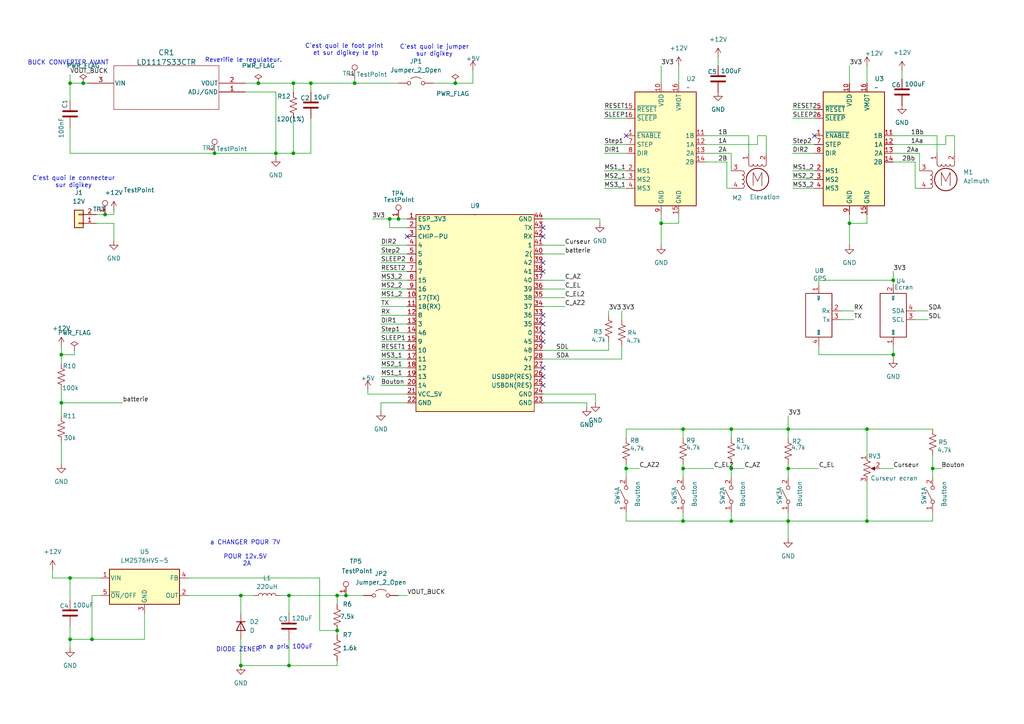
<source format=kicad_sch>
(kicad_sch (version 20231120) (generator "eeschema") (generator_version "8.0")
  (paper "A4")
  (lib_symbols
    (symbol "2025-01-27_14-31-47:LD1117S33CTR" (pin_names (offset 0.254))
      (property "Reference" "CR" (at 22.86 10.16 0))
      (property "Value" "LD1117S33CTR" (at 22.86 7.62 0))
      (symbol "LD1117S33CTR_0_1"
        (pin power_out line (at 0 0 0) (length 7.62) (name "ADJ/GND") (number "1"))
        (pin power_in line (at 0 -2.54 0) (length 7.62) (name "VOUT") (number "2"))
        (pin power_in line (at 45.72 -2.54 180) (length 7.62) (name "VIN") (number "3"))
      )
    )
    (symbol "Connector:TestPoint" (pin_names (offset 0.762) hide)
      (property "Reference" "TP" (at 0 6.858 0))
      (property "Value" "TestPoint" (at 0 5.08 0))
      (symbol "TestPoint_1_1"
        (pin passive line (at 0 0 90) (length 2.54) (name "1") (number "1"))
      )
    )
    (symbol "Connector_Generic:Conn_01x02" (pin_names (offset 1.016) hide)
      (property "Reference" "J" (at 0 2.54 0))
      (property "Value" "Conn_01x02" (at 0 -5.08 0))
      (symbol "Conn_01x02_1_1"
        (pin passive line (at -5.08 0 0) (length 3.81) (name "Pin_1") (number "1"))
        (pin passive line (at -5.08 -2.54 0) (length 3.81) (name "Pin_2") (number "2"))
      )
    )
    (symbol "Device:C" (pin_numbers hide) (pin_names (offset 0.254))
      (property "Reference" "C" (at 0.635 2.54 0))
      (property "Value" "C" (at 0.635 -2.54 0))
      (symbol "C_1_1"
        (pin passive line (at 0 3.81 270) (length 2.794) (name "~") (number "1"))
        (pin passive line (at 0 -3.81 90) (length 2.794) (name "~") (number "2"))
      )
    )
    (symbol "Device:D" (pin_numbers hide) (pin_names (offset 1.016) hide)
      (property "Reference" "D" (at 0 2.54 0))
      (property "Value" "D" (at 0 -2.54 0))
      (symbol "D_1_1"
        (pin passive line (at -3.81 0 0) (length 2.54) (name "K") (number "1"))
        (pin passive line (at 3.81 0 180) (length 2.54) (name "A") (number "2"))
      )
    )
    (symbol "Device:L" (pin_numbers hide) (pin_names (offset 1.016) hide)
      (property "Reference" "L" (at -1.27 0 90))
      (property "Value" "L" (at 1.905 0 90))
      (symbol "L_1_1"
        (pin passive line (at 0 3.81 270) (length 1.27) (name "1") (number "1"))
        (pin passive line (at 0 -3.81 90) (length 1.27) (name "2") (number "2"))
      )
    )
    (symbol "Device:R_Potentiometer_US" (pin_names (offset 1.016) hide)
      (property "Reference" "RV" (at -4.445 0 90))
      (property "Value" "R_Potentiometer_US" (at -2.54 0 90))
      (symbol "R_Potentiometer_US_1_1"
        (pin passive line (at 0 3.81 270) (length 1.27) (name "1") (number "1"))
        (pin passive line (at 3.81 0 180) (length 1.27) (name "2") (number "2"))
        (pin passive line (at 0 -3.81 90) (length 1.27) (name "3") (number "3"))
      )
    )
    (symbol "Device:R_US" (pin_numbers hide) (pin_names (offset 0))
      (property "Reference" "R" (at 2.54 0 90))
      (property "Value" "R_US" (at -2.54 0 90))
      (symbol "R_US_1_1"
        (pin passive line (at 0 3.81 270) (length 1.27) (name "~") (number "1"))
        (pin passive line (at 0 -3.81 90) (length 1.27) (name "~") (number "2"))
      )
    )
    (symbol "GPS_1"
      (property "Reference" "U" (at 0.254 4.572 0))
      (symbol "GPS_1_1_1"
        (pin power_in line (at 0 5.08 270) (length 2.54) (name "VCC") (number "1"))
        (pin bidirectional line (at 6.35 -2.54 180) (length 2.54) (name "Rx") (number "2"))
        (pin input line (at 6.35 -5.08 180) (length 2.54) (name "Tx") (number "3"))
        (pin power_in line (at 0 -12.7 90) (length 2.54) (name "GND") (number "4"))
      )
    )
    (symbol "Jumper:Jumper_2_Open" (pin_numbers hide) (pin_names (offset 0) hide) (exclude_from_sim yes)
      (property "Reference" "JP" (at 0 2.794 0))
      (property "Value" "Jumper_2_Open" (at 0 -2.286 0))
      (symbol "Jumper_2_Open_1_1"
        (pin passive line (at -5.08 0 0) (length 2.54) (name "A") (number "1"))
        (pin passive line (at 5.08 0 180) (length 2.54) (name "B") (number "2"))
      )
    )
    (symbol "Motor:Stepper_Motor_bipolar" (pin_names (offset 0) hide)
      (property "Reference" "M" (at 3.81 2.54 0))
      (property "Value" "Stepper_Motor_bipolar" (at 3.81 1.27 0))
      (symbol "Stepper_Motor_bipolar_1_1"
        (pin passive line (at -2.54 7.62 270) (length 2.54) (name "~") (number "1"))
        (pin passive line (at 2.54 7.62 270) (length 2.54) (name "-") (number "2"))
        (pin passive line (at -7.62 2.54 0) (length 2.54) (name "~") (number "3"))
        (pin passive line (at -7.62 -2.54 0) (length 2.54) (name "~") (number "4"))
      )
    )
    (symbol "Regulator_Switching:LM2576HVS-5" (pin_names (offset 0.254))
      (property "Reference" "U" (at -10.16 6.35 0))
      (property "Value" "LM2576HVS-5" (at 0 6.35 0))
      (symbol "LM2576HVS-5_1_1"
        (pin power_in line (at -12.7 2.54 0) (length 2.54) (name "VIN") (number "1"))
        (pin output line (at 12.7 -2.54 180) (length 2.54) (name "OUT") (number "2"))
        (pin power_in line (at 0 -7.62 90) (length 2.54) (name "GND") (number "3"))
        (pin input line (at 12.7 2.54 180) (length 2.54) (name "FB") (number "4"))
        (pin input line (at -12.7 -2.54 0) (length 2.54) (name "~{ON}/OFF") (number "5"))
      )
    )
    (symbol "Switch:SW_DPST_x2" (pin_names (offset 0) hide)
      (property "Reference" "SW" (at 0 3.175 0))
      (property "Value" "SW_DPST_x2" (at 0 -2.54 0))
      (symbol "SW_DPST_x2_1_1"
        (pin passive line (at -5.08 0 0) (length 2.54) (name "A") (number "1"))
        (pin passive line (at 5.08 0 180) (length 2.54) (name "B") (number "2"))
      )
      (symbol "SW_DPST_x2_2_1"
        (pin passive line (at -5.08 0 0) (length 2.54) (name "A") (number "3"))
        (pin passive line (at 5.08 0 180) (length 2.54) (name "B") (number "4"))
      )
    )
    (symbol "maLibrairie:Ecran"
      (property "Reference" "U" (at 0.508 3.81 0))
      (symbol "Ecran_1_1"
        (pin power_in line (at 0 -13.97 90) (length 2.54) (name "GND") (number "1"))
        (pin power_in line (at 0 3.81 270) (length 2.54) (name "VCC") (number "2"))
        (pin input line (at 6.35 -6.35 180) (length 2.54) (name "SCL") (number "3"))
        (pin bidirectional line (at 6.35 -3.81 180) (length 2.54) (name "SDA") (number "4"))
      )
    )
    (symbol "maLibrairie:Monesp2"
      (property "Reference" "U" (at -0.508 19.05 0))
      (symbol "Monesp2_1_1"
        (pin power_out line (at -19.05 13.97 0) (length 2.54) (name "ESP_3V3") (number "1"))
        (pin bidirectional line (at -19.05 -8.89 0) (length 2.54) (name "17(TX)") (number "10"))
        (pin bidirectional line (at -19.05 -11.43 0) (length 2.54) (name "18(RX)") (number "11"))
        (pin bidirectional line (at -19.05 -13.97 0) (length 2.54) (name "8") (number "12"))
        (pin bidirectional line (at -19.05 -16.51 0) (length 2.54) (name "3") (number "13"))
        (pin bidirectional line (at -19.05 -19.05 0) (length 2.54) (name "46") (number "14"))
        (pin bidirectional line (at -19.05 -21.59 0) (length 2.54) (name "9") (number "15"))
        (pin bidirectional line (at -19.05 -24.13 0) (length 2.54) (name "10") (number "16"))
        (pin bidirectional line (at -19.05 -26.67 0) (length 2.54) (name "11") (number "17"))
        (pin bidirectional line (at -19.05 -29.21 0) (length 2.54) (name "12") (number "18"))
        (pin bidirectional line (at -19.05 -31.75 0) (length 2.54) (name "13") (number "19"))
        (pin power_out line (at -19.05 11.43 0) (length 2.54) (name "3V3") (number "2"))
        (pin bidirectional line (at -19.05 -34.29 0) (length 2.54) (name "14") (number "20"))
        (pin power_in line (at -19.05 -36.83 0) (length 2.54) (name "VCC_5V") (number "21"))
        (pin power_in line (at -19.05 -39.37 0) (length 2.54) (name "GND") (number "22"))
        (pin bidirectional line (at 20.32 -39.37 180) (length 2.54) (name "GND") (number "23"))
        (pin bidirectional line (at 20.32 -36.83 180) (length 2.54) (name "GND") (number "24"))
        (pin bidirectional line (at 20.32 -34.29 180) (length 2.54) (name "USBDN(RES)") (number "25"))
        (pin bidirectional line (at 20.32 -31.75 180) (length 2.54) (name "USBDP(RES)") (number "26"))
        (pin bidirectional line (at 20.32 -29.21 180) (length 2.54) (name "21") (number "27"))
        (pin bidirectional line (at 20.32 -26.67 180) (length 2.54) (name "47") (number "28"))
        (pin bidirectional line (at 20.32 -24.13 180) (length 2.54) (name "48") (number "29"))
        (pin bidirectional line (at -19.05 8.89 0) (length 2.54) (name "CHiP-PU") (number "3"))
        (pin bidirectional line (at 20.32 -21.59 180) (length 2.54) (name "45") (number "30"))
        (pin bidirectional line (at 20.32 -19.05 180) (length 2.54) (name "0") (number "31"))
        (pin bidirectional line (at 20.32 -16.51 180) (length 2.54) (name "35") (number "32"))
        (pin bidirectional line (at 20.32 -13.97 180) (length 2.54) (name "36") (number "33"))
        (pin bidirectional line (at 20.32 -11.43 180) (length 2.54) (name "37") (number "34"))
        (pin bidirectional line (at 20.32 -8.89 180) (length 2.54) (name "38") (number "35"))
        (pin bidirectional line (at 20.32 -6.35 180) (length 2.54) (name "39") (number "36"))
        (pin bidirectional line (at 20.32 -3.81 180) (length 2.54) (name "40") (number "37"))
        (pin bidirectional line (at 20.32 -1.27 180) (length 2.54) (name "41") (number "38"))
        (pin bidirectional line (at 20.32 1.27 180) (length 2.54) (name "42") (number "39"))
        (pin bidirectional line (at -19.05 6.35 0) (length 2.54) (name "4") (number "4"))
        (pin bidirectional line (at 20.32 3.81 180) (length 2.54) (name "2(") (number "40"))
        (pin bidirectional line (at 20.32 6.35 180) (length 2.54) (name "1") (number "41"))
        (pin bidirectional line (at 20.32 8.89 180) (length 2.54) (name "RX") (number "42"))
        (pin bidirectional line (at 20.32 11.43 180) (length 2.54) (name "TX") (number "43"))
        (pin power_in line (at 20.32 13.97 180) (length 2.54) (name "GND") (number "44"))
        (pin bidirectional line (at -19.05 3.81 0) (length 2.54) (name "5") (number "5"))
        (pin bidirectional line (at -19.05 1.27 0) (length 2.54) (name "6") (number "6"))
        (pin bidirectional line (at -19.05 -1.27 0) (length 2.54) (name "7") (number "7"))
        (pin bidirectional line (at -19.05 -3.81 0) (length 2.54) (name "15") (number "8"))
        (pin bidirectional line (at -19.05 -6.35 0) (length 2.54) (name "16") (number "9"))
      )
    )
    (symbol "maLibrairie:stepperDriver"
      (property "Reference" "U" (at 0 29.718 0))
      (symbol "stepperDriver_1_1"
        (pin input line (at -12.7 2.54 0) (length 2.54) (name "~{ENABLE}") (number "1"))
        (pin power_in line (at -2.54 17.78 270) (length 2.54) (name "VDD") (number "10"))
        (pin output line (at 10.16 2.54 180) (length 2.54) (name "1B") (number "11"))
        (pin output line (at 10.16 0 180) (length 2.54) (name "1A") (number "12"))
        (pin output line (at 10.16 -2.54 180) (length 2.54) (name "2A") (number "13"))
        (pin output line (at 10.16 -5.08 180) (length 2.54) (name "2B") (number "14"))
        (pin power_in line (at 2.54 -20.32 90) (length 2.54) (name "GND") (number "15"))
        (pin power_in line (at 2.54 17.78 270) (length 2.54) (name "VMOT") (number "16"))
        (pin input line (at -12.7 -7.62 0) (length 2.54) (name "MS1") (number "2"))
        (pin input line (at -12.7 -10.16 0) (length 2.54) (name "MS2") (number "3"))
        (pin input line (at -12.7 -12.7 0) (length 2.54) (name "MS3") (number "4"))
        (pin input line (at -12.7 10.16 0) (length 2.54) (name "~{RESET}") (number "5"))
        (pin input line (at -12.7 7.62 0) (length 2.54) (name "~{SLEEP}") (number "6"))
        (pin input line (at -12.7 0 0) (length 2.54) (name "STEP") (number "7"))
        (pin input line (at -12.7 -2.54 0) (length 2.54) (name "DIR") (number "8"))
        (pin power_in line (at -2.54 -20.32 90) (length 2.54) (name "GND") (number "9"))
      )
    )
    (symbol "power:+12V" (power) (pin_numbers hide) (pin_names (offset 0) hide)
      (property "Value" "+12V" (at 0 3.556 0))
      (symbol "+12V_1_1"
        (pin power_in line (at 0 0 90) (length 0) (name "~") (number "1"))
      )
    )
    (symbol "power:+5V" (power) (pin_numbers hide) (pin_names (offset 0) hide)
      (property "Value" "+5V" (at 0 3.556 0))
      (symbol "+5V_1_1"
        (pin power_in line (at 0 0 90) (length 0) (name "~") (number "1"))
      )
    )
    (symbol "power:GND" (power) (pin_numbers hide) (pin_names (offset 0) hide)
      (property "Value" "GND" (at 0 -3.81 0))
      (symbol "GND_1_1"
        (pin power_in line (at 0 0 270) (length 0) (name "~") (number "1"))
      )
    )
    (symbol "power:PWR_FLAG" (power) (pin_numbers hide) (pin_names (offset 0) hide)
      (property "Value" "PWR_FLAG" (at 0 3.81 0))
      (symbol "PWR_FLAG_0_0"
        (pin power_out line (at 0 0 90) (length 0) (name "~") (number "1"))
      )
    )
  )
  (junction (at 97.79 172.72))
  (junction (at 102.87 24.13))
  (junction (at 30.48 62.23))
  (junction (at 259.08 102.87))
  (junction (at 69.85 172.72))
  (junction (at 191.77 64.77))
  (junction (at 115.57 63.5))
  (junction (at 17.78 102.87))
  (junction (at 212.09 135.89))
  (junction (at 228.6 124.46))
  (junction (at 74.93 24.13))
  (junction (at 251.46 151.13))
  (junction (at 69.85 193.04))
  (junction (at 80.01 44.45))
  (junction (at 100.33 172.72))
  (junction (at 132.08 24.13))
  (junction (at 228.6 135.89))
  (junction (at 97.79 182.88))
  (junction (at 181.61 135.89))
  (junction (at 24.13 24.13))
  (junction (at 83.82 172.72))
  (junction (at 90.17 24.13))
  (junction (at 228.6 151.13))
  (junction (at 62.23 44.45))
  (junction (at 85.09 44.45))
  (junction (at 20.32 185.42))
  (junction (at 259.08 81.28))
  (junction (at 85.09 24.13))
  (junction (at 20.32 167.64))
  (junction (at 20.32 24.13))
  (junction (at 251.46 124.46))
  (junction (at 212.09 124.46))
  (junction (at 270.51 135.89))
  (junction (at 26.67 185.42))
  (junction (at 83.82 193.04))
  (junction (at 246.38 64.77))
  (junction (at 198.12 151.13))
  (junction (at 198.12 124.46))
  (junction (at 113.03 63.5))
  (junction (at 198.12 135.89))
  (junction (at 17.78 116.84))
  (junction (at 212.09 151.13))
  (no_connect (at 236.22 39.37))
  (no_connect (at 157.48 109.22))
  (no_connect (at 157.48 91.44))
  (no_connect (at 157.48 106.68))
  (no_connect (at 157.48 96.52))
  (no_connect (at 157.48 99.06))
  (no_connect (at 157.48 66.04))
  (no_connect (at 157.48 68.58))
  (no_connect (at 181.61 39.37))
  (no_connect (at 157.48 93.98))
  (no_connect (at 157.48 78.74))
  (no_connect (at 157.48 111.76))
  (no_connect (at 118.11 68.58))
  (no_connect (at 157.48 76.2))
  (wire (pts (xy 212.09 134.62) (xy 212.09 135.89)))
  (wire (pts (xy 25.4 24.13) (xy 24.13 24.13)))
  (wire (pts (xy 229.87 34.29) (xy 236.22 34.29)))
  (wire (pts (xy 181.61 124.46) (xy 198.12 124.46)))
  (wire (pts (xy 266.7 44.45) (xy 259.08 44.45)))
  (wire (pts (xy 217.17 39.37) (xy 217.17 44.45)))
  (wire (pts (xy 237.49 102.87) (xy 259.08 102.87)))
  (wire (pts (xy 24.13 24.13) (xy 20.32 24.13)))
  (wire (pts (xy 243.84 90.17) (xy 247.65 90.17)))
  (wire (pts (xy 17.78 116.84) (xy 35.56 116.84)))
  (wire (pts (xy 20.32 185.42) (xy 26.67 185.42)))
  (wire (pts (xy 265.43 54.61) (xy 265.43 46.99)))
  (wire (pts (xy 229.87 31.75) (xy 236.22 31.75)))
  (wire (pts (xy 219.71 39.37) (xy 219.71 41.91)))
  (wire (pts (xy 243.84 92.71) (xy 247.65 92.71)))
  (wire (pts (xy 172.72 114.3) (xy 172.72 116.84)))
  (wire (pts (xy 251.46 62.23) (xy 251.46 64.77)))
  (wire (pts (xy 270.51 151.13) (xy 251.46 151.13)))
  (wire (pts (xy 173.99 63.5) (xy 173.99 64.77)))
  (wire (pts (xy 33.02 64.77) (xy 33.02 69.85)))
  (wire (pts (xy 175.26 34.29) (xy 181.61 34.29)))
  (wire (pts (xy 157.48 114.3) (xy 172.72 114.3)))
  (wire (pts (xy 97.79 191.77) (xy 97.79 193.04)))
  (wire (pts (xy 125.73 24.13) (xy 132.08 24.13)))
  (wire (pts (xy 20.32 167.64) (xy 20.32 173.99)))
  (wire (pts (xy 229.87 44.45) (xy 236.22 44.45)))
  (wire (pts (xy 110.49 91.44) (xy 118.11 91.44)))
  (wire (pts (xy 196.85 19.05) (xy 196.85 24.13)))
  (wire (pts (xy 198.12 134.62) (xy 198.12 135.89)))
  (wire (pts (xy 110.49 109.22) (xy 118.11 109.22)))
  (wire (pts (xy 228.6 124.46) (xy 228.6 120.65)))
  (wire (pts (xy 27.94 64.77) (xy 33.02 64.77)))
  (wire (pts (xy 102.87 22.86) (xy 102.87 24.13)))
  (wire (pts (xy 26.67 172.72) (xy 26.67 185.42)))
  (wire (pts (xy 259.08 41.91) (xy 274.32 41.91)))
  (wire (pts (xy 17.78 102.87) (xy 17.78 105.41)))
  (wire (pts (xy 176.53 101.6) (xy 176.53 99.06)))
  (wire (pts (xy 132.08 24.13) (xy 137.16 24.13)))
  (wire (pts (xy 15.24 167.64) (xy 15.24 165.1)))
  (wire (pts (xy 69.85 193.04) (xy 83.82 193.04)))
  (wire (pts (xy 83.82 172.72) (xy 81.28 172.72)))
  (wire (pts (xy 176.53 90.17) (xy 176.53 91.44)))
  (wire (pts (xy 118.11 114.3) (xy 106.68 114.3)))
  (wire (pts (xy 85.09 24.13) (xy 85.09 26.67)))
  (wire (pts (xy 270.51 135.89) (xy 270.51 138.43)))
  (wire (pts (xy 181.61 127) (xy 181.61 124.46)))
  (wire (pts (xy 191.77 62.23) (xy 191.77 64.77)))
  (wire (pts (xy 212.09 148.59) (xy 212.09 151.13)))
  (wire (pts (xy 92.71 182.88) (xy 97.79 182.88)))
  (wire (pts (xy 259.08 100.33) (xy 259.08 102.87)))
  (wire (pts (xy 157.48 73.66) (xy 163.83 73.66)))
  (wire (pts (xy 212.09 44.45) (xy 204.47 44.45)))
  (wire (pts (xy 85.09 44.45) (xy 80.01 44.45)))
  (wire (pts (xy 251.46 64.77) (xy 246.38 64.77)))
  (wire (pts (xy 212.09 135.89) (xy 215.9 135.89)))
  (wire (pts (xy 20.32 181.61) (xy 20.32 185.42)))
  (wire (pts (xy 212.09 135.89) (xy 212.09 138.43)))
  (wire (pts (xy 210.82 54.61) (xy 210.82 46.99)))
  (wire (pts (xy 83.82 185.42) (xy 83.82 193.04)))
  (wire (pts (xy 276.86 39.37) (xy 274.32 39.37)))
  (wire (pts (xy 229.87 52.07) (xy 236.22 52.07)))
  (wire (pts (xy 20.32 44.45) (xy 62.23 44.45)))
  (wire (pts (xy 92.71 167.64) (xy 92.71 182.88)))
  (wire (pts (xy 97.79 172.72) (xy 97.79 175.26)))
  (wire (pts (xy 157.48 71.12) (xy 163.83 71.12)))
  (wire (pts (xy 157.48 86.36) (xy 163.83 86.36)))
  (wire (pts (xy 157.48 101.6) (xy 176.53 101.6)))
  (wire (pts (xy 228.6 135.89) (xy 237.49 135.89)))
  (wire (pts (xy 110.49 83.82) (xy 118.11 83.82)))
  (wire (pts (xy 228.6 151.13) (xy 228.6 156.21)))
  (wire (pts (xy 273.05 135.89) (xy 270.51 135.89)))
  (wire (pts (xy 90.17 24.13) (xy 90.17 26.67)))
  (wire (pts (xy 198.12 124.46) (xy 212.09 124.46)))
  (wire (pts (xy 212.09 151.13) (xy 228.6 151.13)))
  (wire (pts (xy 27.94 62.23) (xy 30.48 62.23)))
  (wire (pts (xy 85.09 24.13) (xy 90.17 24.13)))
  (wire (pts (xy 17.78 100.33) (xy 17.78 102.87)))
  (wire (pts (xy 110.49 86.36) (xy 118.11 86.36)))
  (wire (pts (xy 110.49 104.14) (xy 118.11 104.14)))
  (wire (pts (xy 170.18 116.84) (xy 170.18 118.11)))
  (wire (pts (xy 222.25 39.37) (xy 219.71 39.37)))
  (wire (pts (xy 228.6 148.59) (xy 228.6 151.13)))
  (wire (pts (xy 198.12 135.89) (xy 207.01 135.89)))
  (wire (pts (xy 110.49 111.76) (xy 118.11 111.76)))
  (wire (pts (xy 175.26 52.07) (xy 181.61 52.07)))
  (wire (pts (xy 115.57 63.5) (xy 118.11 63.5)))
  (wire (pts (xy 180.34 100.33) (xy 180.34 104.14)))
  (wire (pts (xy 198.12 148.59) (xy 198.12 151.13)))
  (wire (pts (xy 181.61 135.89) (xy 181.61 138.43)))
  (wire (pts (xy 54.61 172.72) (xy 69.85 172.72)))
  (wire (pts (xy 228.6 135.89) (xy 228.6 138.43)))
  (wire (pts (xy 21.59 101.6) (xy 21.59 102.87)))
  (wire (pts (xy 29.21 172.72) (xy 26.67 172.72)))
  (wire (pts (xy 97.79 182.88) (xy 97.79 184.15)))
  (wire (pts (xy 110.49 116.84) (xy 118.11 116.84)))
  (wire (pts (xy 175.26 49.53) (xy 181.61 49.53)))
  (wire (pts (xy 115.57 172.72) (xy 118.11 172.72)))
  (wire (pts (xy 157.48 63.5) (xy 173.99 63.5)))
  (wire (pts (xy 80.01 26.67) (xy 80.01 44.45)))
  (wire (pts (xy 20.32 21.59) (xy 20.32 24.13)))
  (wire (pts (xy 259.08 78.74) (xy 259.08 81.28)))
  (wire (pts (xy 80.01 44.45) (xy 80.01 45.72)))
  (wire (pts (xy 196.85 62.23) (xy 196.85 64.77)))
  (wire (pts (xy 110.49 71.12) (xy 118.11 71.12)))
  (wire (pts (xy 259.08 81.28) (xy 259.08 82.55)))
  (wire (pts (xy 246.38 19.05) (xy 246.38 24.13)))
  (wire (pts (xy 255.27 135.89) (xy 259.08 135.89)))
  (wire (pts (xy 191.77 19.05) (xy 191.77 24.13)))
  (wire (pts (xy 17.78 116.84) (xy 17.78 120.65)))
  (wire (pts (xy 17.78 113.03) (xy 17.78 116.84)))
  (wire (pts (xy 204.47 41.91) (xy 219.71 41.91)))
  (wire (pts (xy 113.03 66.04) (xy 113.03 63.5)))
  (wire (pts (xy 212.09 54.61) (xy 210.82 54.61)))
  (wire (pts (xy 118.11 66.04) (xy 113.03 66.04)))
  (wire (pts (xy 246.38 62.23) (xy 246.38 64.77)))
  (wire (pts (xy 85.09 34.29) (xy 85.09 44.45)))
  (wire (pts (xy 228.6 124.46) (xy 228.6 127)))
  (wire (pts (xy 229.87 41.91) (xy 236.22 41.91)))
  (wire (pts (xy 181.61 151.13) (xy 198.12 151.13)))
  (wire (pts (xy 270.51 135.89) (xy 270.51 132.08)))
  (wire (pts (xy 237.49 81.28) (xy 259.08 81.28)))
  (wire (pts (xy 181.61 148.59) (xy 181.61 151.13)))
  (wire (pts (xy 90.17 34.29) (xy 90.17 44.45)))
  (wire (pts (xy 157.48 81.28) (xy 163.83 81.28)))
  (wire (pts (xy 41.91 177.8) (xy 41.91 185.42)))
  (wire (pts (xy 175.26 54.61) (xy 181.61 54.61)))
  (wire (pts (xy 175.26 31.75) (xy 181.61 31.75)))
  (wire (pts (xy 71.12 26.67) (xy 80.01 26.67)))
  (wire (pts (xy 74.93 24.13) (xy 85.09 24.13)))
  (wire (pts (xy 69.85 185.42) (xy 69.85 193.04)))
  (wire (pts (xy 110.49 101.6) (xy 118.11 101.6)))
  (wire (pts (xy 20.32 185.42) (xy 20.32 187.96)))
  (wire (pts (xy 274.32 39.37) (xy 274.32 41.91)))
  (wire (pts (xy 62.23 44.45) (xy 80.01 44.45)))
  (wire (pts (xy 217.17 39.37) (xy 204.47 39.37)))
  (wire (pts (xy 271.78 39.37) (xy 271.78 44.45)))
  (wire (pts (xy 107.95 63.5) (xy 113.03 63.5)))
  (wire (pts (xy 110.49 81.28) (xy 118.11 81.28)))
  (wire (pts (xy 20.32 24.13) (xy 20.32 29.21)))
  (wire (pts (xy 157.48 104.14) (xy 180.34 104.14)))
  (wire (pts (xy 157.48 83.82) (xy 163.83 83.82)))
  (wire (pts (xy 110.49 99.06) (xy 118.11 99.06)))
  (wire (pts (xy 110.49 116.84) (xy 110.49 119.38)))
  (wire (pts (xy 212.09 124.46) (xy 212.09 127)))
  (wire (pts (xy 106.68 114.3) (xy 106.68 113.03)))
  (wire (pts (xy 102.87 24.13) (xy 115.57 24.13)))
  (wire (pts (xy 30.48 62.23) (xy 33.02 62.23)))
  (wire (pts (xy 54.61 167.64) (xy 92.71 167.64)))
  (wire (pts (xy 237.49 100.33) (xy 237.49 102.87)))
  (wire (pts (xy 181.61 135.89) (xy 185.42 135.89)))
  (wire (pts (xy 97.79 172.72) (xy 100.33 172.72)))
  (wire (pts (xy 83.82 172.72) (xy 97.79 172.72)))
  (wire (pts (xy 157.48 116.84) (xy 170.18 116.84)))
  (wire (pts (xy 270.51 148.59) (xy 270.51 151.13)))
  (wire (pts (xy 191.77 64.77) (xy 191.77 71.12)))
  (wire (pts (xy 265.43 90.17) (xy 269.24 90.17)))
  (wire (pts (xy 90.17 24.13) (xy 102.87 24.13)))
  (wire (pts (xy 251.46 132.08) (xy 251.46 124.46)))
  (wire (pts (xy 113.03 63.5) (xy 115.57 63.5)))
  (wire (pts (xy 259.08 39.37) (xy 271.78 39.37)))
  (wire (pts (xy 229.87 54.61) (xy 236.22 54.61)))
  (wire (pts (xy 198.12 135.89) (xy 198.12 138.43)))
  (wire (pts (xy 175.26 44.45) (xy 181.61 44.45)))
  (wire (pts (xy 110.49 76.2) (xy 118.11 76.2)))
  (wire (pts (xy 157.48 88.9) (xy 163.83 88.9)))
  (wire (pts (xy 137.16 24.13) (xy 137.16 20.32)))
  (wire (pts (xy 180.34 90.17) (xy 180.34 92.71)))
  (wire (pts (xy 15.24 167.64) (xy 20.32 167.64)))
  (wire (pts (xy 229.87 49.53) (xy 236.22 49.53)))
  (wire (pts (xy 198.12 127) (xy 198.12 124.46)))
  (wire (pts (xy 212.09 124.46) (xy 228.6 124.46)))
  (wire (pts (xy 196.85 64.77) (xy 191.77 64.77)))
  (wire (pts (xy 83.82 193.04) (xy 97.79 193.04)))
  (wire (pts (xy 228.6 134.62) (xy 228.6 135.89)))
  (wire (pts (xy 17.78 128.27) (xy 17.78 134.62)))
  (wire (pts (xy 251.46 19.05) (xy 251.46 24.13)))
  (wire (pts (xy 251.46 124.46) (xy 270.51 124.46)))
  (wire (pts (xy 251.46 151.13) (xy 228.6 151.13)))
  (wire (pts (xy 100.33 172.72) (xy 105.41 172.72)))
  (wire (pts (xy 20.32 167.64) (xy 29.21 167.64)))
  (wire (pts (xy 69.85 172.72) (xy 69.85 177.8)))
  (wire (pts (xy 266.7 49.53) (xy 266.7 44.45)))
  (wire (pts (xy 222.25 44.45) (xy 222.25 39.37)))
  (wire (pts (xy 265.43 92.71) (xy 269.24 92.71)))
  (wire (pts (xy 21.59 102.87) (xy 17.78 102.87)))
  (wire (pts (xy 110.49 88.9) (xy 118.11 88.9)))
  (wire (pts (xy 90.17 44.45) (xy 85.09 44.45)))
  (wire (pts (xy 110.49 78.74) (xy 118.11 78.74)))
  (wire (pts (xy 251.46 139.7) (xy 251.46 151.13)))
  (wire (pts (xy 261.62 20.32) (xy 261.62 22.86)))
  (wire (pts (xy 110.49 106.68) (xy 118.11 106.68)))
  (wire (pts (xy 251.46 124.46) (xy 228.6 124.46)))
  (wire (pts (xy 110.49 96.52) (xy 118.11 96.52)))
  (wire (pts (xy 237.49 82.55) (xy 237.49 81.28)))
  (wire (pts (xy 175.26 41.91) (xy 181.61 41.91)))
  (wire (pts (xy 198.12 151.13) (xy 212.09 151.13)))
  (wire (pts (xy 110.49 73.66) (xy 118.11 73.66)))
  (wire (pts (xy 276.86 44.45) (xy 276.86 39.37)))
  (wire (pts (xy 259.08 46.99) (xy 265.43 46.99)))
  (wire (pts (xy 181.61 134.62) (xy 181.61 135.89)))
  (wire (pts (xy 204.47 46.99) (xy 210.82 46.99)))
  (wire (pts (xy 20.32 36.83) (xy 20.32 44.45)))
  (wire (pts (xy 83.82 177.8) (xy 83.82 172.72)))
  (wire (pts (xy 208.28 16.51) (xy 208.28 19.05)))
  (wire (pts (xy 69.85 172.72) (xy 73.66 172.72)))
  (wire (pts (xy 266.7 54.61) (xy 265.43 54.61)))
  (wire (pts (xy 246.38 64.77) (xy 246.38 71.12)))
  (wire (pts (xy 259.08 102.87) (xy 259.08 104.14)))
  (wire (pts (xy 212.09 49.53) (xy 212.09 44.45)))
  (wire (pts (xy 33.02 60.96) (xy 33.02 62.23)))
  (wire (pts (xy 110.49 93.98) (xy 118.11 93.98)))
  (wire (pts (xy 26.67 185.42) (xy 41.91 185.42)))
  (wire (pts (xy 71.12 24.13) (xy 74.93 24.13)))
  (text "C'est quoi le jumper\nsur digikey" (at 125.984 14.732 0) (effects (font (size 1.27 1.27))))
  (text "on a pris 100uF" (at 82.804 187.706 0) (effects (font (size 1.27 1.27))))
  (text "a CHANGER POUR 7V\n\nPOUR 12v,5V\n 2A" (at 71.12 160.528 0) (effects (font (size 1.27 1.27))))
  (text "C'est quoi le connecteur\nsur digikey" (at 21.336 52.832 0) (effects (font (size 1.27 1.27))))
  (text "BUCK CONVERTER AVANT\n\n" (at 19.812 19.304 0) (effects (font (size 1.27 1.27))))
  (text "DIODE ZENER" (at 69.088 188.468 0) (effects (font (size 1.27 1.27))))
  (text "Reverifie le regulateur.\n" (at 70.612 17.526 0) (effects (font (size 1.27 1.27))))
  (text "C'est quoi le foot print\n et sur digikey le tp\n" (at 99.822 14.478 0) (effects (font (size 1.27 1.27))))
  (label "MS1_1" (at 175.26 49.53 0))
  (label "Bouton" (at 110.49 111.76 0))
  (label "MS3_1" (at 110.49 104.14 0))
  (label "3V3" (at 259.08 78.74 0))
  (label "C_EL" (at 163.83 83.82 0))
  (label "Step1" (at 110.49 96.52 0))
  (label "Curseur" (at 163.83 71.12 0))
  (label "Step2" (at 110.49 73.66 0))
  (label "2A" (at 208.28 44.45 0))
  (label "C_AZ" (at 215.9 135.89 0))
  (label "SLEEP2" (at 229.87 34.29 0))
  (label "MS3_2" (at 110.49 81.28 0))
  (label "2Bb" (at 261.62 46.99 0))
  (label "VOUT_BUCK" (at 118.11 172.72 0))
  (label "MS2_2" (at 229.87 52.07 0))
  (label "C_AZ" (at 163.83 81.28 0))
  (label "batterie" (at 35.56 116.84 0))
  (label "SLEEP2" (at 110.49 76.2 0))
  (label "DIR1" (at 110.49 93.98 0))
  (label "MS2_1" (at 175.26 52.07 0))
  (label "Step2" (at 229.87 41.91 0))
  (label "SDA" (at 161.29 104.14 0))
  (label "MS1_2" (at 229.87 49.53 0))
  (label "RESET1" (at 110.49 101.6 0))
  (label "C_EL2" (at 207.01 135.89 0))
  (label "TX" (at 110.49 88.9 0))
  (label "MS2_2" (at 110.49 83.82 0))
  (label "Curseur" (at 259.08 135.89 0))
  (label "RESET2" (at 229.87 31.75 0))
  (label "3V3" (at 180.34 90.17 0))
  (label "DIR2" (at 229.87 44.45 0))
  (label "C_AZ2" (at 163.83 88.9 0))
  (label "3V3" (at 246.38 19.05 0))
  (label "1B" (at 208.28 39.37 0))
  (label "SLEEP1" (at 175.26 34.29 0))
  (label "RX" (at 110.49 91.44 0))
  (label "Bouton" (at 273.05 135.89 0))
  (label "MS1_1" (at 110.49 109.22 0))
  (label "TX" (at 247.65 92.71 0))
  (label "RESET1" (at 175.26 31.75 0))
  (label "DIR2" (at 110.49 71.12 0))
  (label "SLEEP1" (at 110.49 99.06 0))
  (label "MS1_2" (at 110.49 86.36 0))
  (label "RESET2" (at 110.49 78.74 0))
  (label "C_EL2" (at 163.83 86.36 0))
  (label "3V3" (at 176.53 90.17 0))
  (label "2Aa" (at 262.89 44.45 0))
  (label "SDL" (at 269.24 92.71 0))
  (label "C_AZ2" (at 185.42 135.89 0))
  (label "1Bb" (at 264.16 39.37 0))
  (label "DIR1" (at 175.26 44.45 0))
  (label "3V3" (at 191.77 19.05 0))
  (label "2B" (at 208.28 46.99 0))
  (label "SDA" (at 269.24 90.17 0))
  (label "batterie" (at 163.83 73.66 0))
  (label "MS3_2" (at 229.87 54.61 0))
  (label "1A" (at 208.28 41.91 0))
  (label "C_EL" (at 237.49 135.89 0))
  (label "MS2_1" (at 110.49 106.68 0))
  (label "1Aa" (at 264.16 41.91 0))
  (label "MS3_1" (at 175.26 54.61 0))
  (label "Step1" (at 175.26 41.91 0))
  (label "VOUT_BUCK" (at 20.32 21.59 0))
  (label "RX" (at 247.65 90.17 0))
  (label "SDL" (at 161.29 101.6 0))
  (label "3V3" (at 228.6 120.65 0))
  (label "3V3" (at 107.95 63.5 0))
  (symbol (lib_id "power:GND") (at 17.78 134.62 0) (unit 1)
    (property "Reference" "#PWR05" (effects (hide yes)))
    (property "Value" "GND" (at 17.78 139.7 0))
    (property "Description" "Power symbol creates a global label with name \"GND\" , ground" (effects (hide yes)))
  )
  (symbol (lib_id "Motor:Stepper_Motor_bipolar") (at 219.71 52.07 0) (unit 1)
    (property "Reference" "M2" (at 212.344 57.404 0) (effects (justify left)))
    (property "Value" "Elevation" (at 217.424 57.15 0) (effects (justify left)))
    (property "Footprint" "Connector_PinHeader_2.54mm:PinHeader_1x04_P2.54mm_Vertical" (effects (hide yes)))
    (property "Datasheet" "http://www.infineon.com/dgdl/Application-Note-TLE8110EE_driving_UniPolarStepperMotor_V1.1.pdf?fileId=db3a30431be39b97011be5d0aa0a00b0" (effects (hide yes)))
    (property "Description" "4-wire bipolar stepper motor" (effects (hide yes)))
  )
  (symbol (lib_id "Device:R_US") (at 212.09 130.81 180) (unit 1)
    (property "Reference" "R1" (at 216.154 127.762 0) (effects (justify left)))
    (property "Value" "4.7k" (at 217.678 129.794 0) (effects (justify left)))
    (property "Footprint" "Resistor_SMD:R_0805_2012Metric" (effects (hide yes)))
    (property "Datasheet" "https://www.vishay.com/docs/28773/crcwce3.pdf" (effects (hide yes)))
    (property "Description" "Resistor, US symbol" (effects (hide yes)))
  )
  (symbol (lib_id "power:PWR_FLAG") (at 132.08 24.13 0) (unit 1)
    (property "Reference" "#FLG02" (effects (hide yes)))
    (property "Value" "PWR_FLAG" (at 131.318 27.178 0))
    (property "Description" "Special symbol for telling ERC where power comes from" (effects (hide yes)))
  )
  (symbol (lib_id "power:GND") (at 208.28 26.67 0) (unit 1)
    (property "Reference" "#PWR020" (effects (hide yes)))
    (property "Value" "GND" (at 208.28 31.75 0))
    (property "Description" "Power symbol creates a global label with name \"GND\" , ground" (effects (hide yes)))
  )
  (symbol (lib_id "Switch:SW_DPST_x2") (at 228.6 143.51 90) (unit 1)
    (property "Reference" "SW3" (at 226.06 143.764 0))
    (property "Value" "Boutton" (at 231.902 143.256 0))
    (property "Footprint" "maLibrairie2:3pointswichpdv" (effects (hide yes)))
    (property "Datasheet" "https://switches-connectors-custom.cwind.com/Asset/GPTS203211BR2.pdf" (effects (hide yes)))
    (property "Description" "Single Pole Single Throw (SPST) switch, separate symbol" (effects (hide yes)))
  )
  (symbol (lib_id "power:GND") (at 33.02 69.85 0) (unit 1)
    (property "Reference" "#PWR014" (effects (hide yes)))
    (property "Value" "GND" (at 33.02 74.93 0))
    (property "Description" "Power symbol creates a global label with name \"GND\" , ground" (effects (hide yes)))
  )
  (symbol (lib_id "Device:R_US") (at 228.6 130.81 180) (unit 1)
    (property "Reference" "R2" (at 232.41 128.016 0) (effects (justify left)))
    (property "Value" "4.7k" (at 233.68 129.794 0) (effects (justify left)))
    (property "Footprint" "Resistor_SMD:R_0805_2012Metric" (effects (hide yes)))
    (property "Datasheet" "https://www.vishay.com/docs/28773/crcwce3.pdf" (effects (hide yes)))
    (property "Description" "Resistor, US symbol" (effects (hide yes)))
  )
  (symbol (lib_id "maLibrairie:Ecran") (at 259.08 86.36 0) (unit 1)
    (property "Reference" "U4" (at 262.636 81.534 0) (effects (justify right)))
    (property "Value" "Ecran" (at 264.922 83.312 0) (effects (justify right)))
    (property "Footprint" "Connector_PinHeader_2.00mm:PinHeader_1x04_P2.00mm_Vertical" (effects (hide yes)))
  )
  (symbol (lib_id "Device:C") (at 90.17 30.48 0) (unit 1)
    (property "Reference" "C2" (at 87.122 28.448 0) (effects (justify left)))
    (property "Value" "10uF" (at 90.932 28.194 0) (effects (justify left)))
    (property "Footprint" "Capacitor_SMD:C_0805_2012Metric" (effects (hide yes)))
    (property "Datasheet" "https://mm.digikey.com/Volume0/opasdata/d220001/medias/docus/658/CL21A106KOQNNNG_Spec.pdf" (effects (hide yes)))
    (property "Description" "Unpolarized capacitor" (effects (hide yes)))
  )
  (symbol (lib_id "Connector:TestPoint") (at 102.87 22.86 0) (unit 1)
    (property "Reference" "TP1" (at 99.314 21.336 0) (effects (justify left)))
    (property "Value" "TestPoint" (at 103.378 21.59 0) (effects (justify left)))
    (property "Footprint" "Connector_PinHeader_2.54mm:PinHeader_1x01_P2.54mm_Vertical" (effects (hide yes)))
    (property "Description" "test point" (effects (hide yes)))
  )
  (symbol (lib_id "Device:R_US") (at 270.51 128.27 180) (unit 1)
    (property "Reference" "R5" (at 274.828 128.27 0) (effects (justify left)))
    (property "Value" "4.7k" (at 276.098 130.556 0) (effects (justify left)))
    (property "Footprint" "Resistor_SMD:R_0805_2012Metric" (effects (hide yes)))
    (property "Datasheet" "https://www.vishay.com/docs/28773/crcwce3.pdf" (effects (hide yes)))
    (property "Description" "Resistor, US symbol" (effects (hide yes)))
  )
  (symbol (lib_id "Connector:TestPoint") (at 30.48 62.23 0) (unit 1)
    (property "Reference" "TP3" (at 26.924 60.706 0) (effects (justify left)))
    (property "Value" "TestPoint" (at 35.814 55.118 0) (effects (justify left)))
    (property "Footprint" "Connector_PinHeader_2.54mm:PinHeader_1x01_P2.54mm_Vertical" (effects (hide yes)))
    (property "Description" "test point" (effects (hide yes)))
  )
  (symbol (lib_id "power:+5V") (at 137.16 20.32 0) (unit 1)
    (property "Reference" "#PWR011" (effects (hide yes)))
    (property "Value" "+5V" (at 137.16 17.018 0))
    (property "Description" "Power symbol creates a global label with name \"+5V\"" (effects (hide yes)))
  )
  (symbol (lib_id "power:+12V") (at 208.28 16.51 0) (unit 1)
    (property "Reference" "#PWR018" (effects (hide yes)))
    (property "Value" "+12V" (at 208.28 11.43 0))
    (property "Description" "Power symbol creates a global label with name \"+12V\"" (effects (hide yes)))
  )
  (symbol (lib_id "2025-01-27_14-31-47:LD1117S33CTR") (at 71.12 26.67 180) (unit 1)
    (property "Reference" "CR1" (at 48.26 15.24 0) (effects (font (size 1.524 1.524))))
    (property "Value" "LD1117S33CTR" (at 48.26 18.034 0) (effects (font (size 1.524 1.524))))
    (property "Footprint" "Package_TO_SOT_SMD:SOT-223-5" (effects (hide yes)))
    (property "Datasheet" "https://www.digikey.ca/en/products/detail/stmicroelectronics/LD1117S33CTR/585765" (effects (hide yes)))
  )
  (symbol (lib_id "maLibrairie:stepperDriver") (at 194.31 41.91 0) (unit 1)
    (property "Reference" "U2" (at 199.0441 22.86 0) (effects (justify left)))
    (property "Value" "~" (at 199.0441 25.4 0) (effects (justify left)))
    (property "Footprint" "maLibrairie2:VROOMVROOM" (effects (hide yes)))
  )
  (symbol (lib_id "power:GND") (at 110.49 119.38 0) (unit 1)
    (property "Reference" "#PWR015" (effects (hide yes)))
    (property "Value" "GND" (at 110.49 124.46 0))
    (property "Description" "Power symbol creates a global label with name \"GND\" , ground" (effects (hide yes)))
  )
  (symbol (lib_id "Device:R_US") (at 181.61 130.81 180) (unit 1)
    (property "Reference" "R8" (at 185.42 127.762 0) (effects (justify left)))
    (property "Value" "4.7k" (at 186.944 130.048 0) (effects (justify left)))
    (property "Footprint" "Resistor_SMD:R_0805_2012Metric" (effects (hide yes)))
    (property "Datasheet" "https://www.vishay.com/docs/28773/crcwce3.pdf" (effects (hide yes)))
    (property "Description" "Resistor, US symbol" (effects (hide yes)))
  )
  (symbol (lib_id "Device:C") (at 20.32 33.02 0) (unit 1)
    (property "Reference" "C1" (at 18.796 31.496 90) (effects (justify left)))
    (property "Value" "100nF" (at 17.78 40.132 90) (effects (justify left)))
    (property "Footprint" "Capacitor_SMD:C_0805_2012Metric" (effects (hide yes)))
    (property "Datasheet" "https://www.yageo.com/upload/media/product/productsearch/datasheet/mlcc/UPY-GPHC_X7R_6.3V-to-250V_24.pdf" (effects (hide yes)))
    (property "Description" "Unpolarized capacitor" (effects (hide yes)))
  )
  (symbol (lib_id "power:+12V") (at 15.24 165.1 0) (unit 1)
    (property "Reference" "#PWR01" (effects (hide yes)))
    (property "Value" "+12V" (at 15.24 160.02 0))
    (property "Description" "Power symbol creates a global label with name \"+12V\"" (effects (hide yes)))
  )
  (symbol (lib_id "Device:C") (at 20.32 177.8 0) (unit 1)
    (property "Reference" "C4" (at 17.272 175.768 0) (effects (justify left)))
    (property "Value" "100uF" (at 21.082 175.514 0) (effects (justify left)))
    (property "Footprint" "Capacitor_SMD:C_1210_3225Metric_Pad1.33x2.70mm_HandSolder" (effects (hide yes)))
    (property "Datasheet" "https://calchip.com/wp-content/uploads/2023/09/GMC-Series-2.pdf" (effects (hide yes)))
    (property "Description" "Unpolarized capacitor" (effects (hide yes)))
  )
  (symbol (lib_id "Switch:SW_DPST_x2") (at 198.12 143.51 90) (unit 1)
    (property "Reference" "SW5" (at 195.58 143.764 0))
    (property "Value" "Boutton" (at 201.422 143.256 0))
    (property "Footprint" "maLibrairie2:3pointswichpdv" (effects (hide yes)))
    (property "Datasheet" "https://switches-connectors-custom.cwind.com/Asset/GPTS203211BR2.pdf" (effects (hide yes)))
    (property "Description" "Single Pole Single Throw (SPST) switch, separate symbol" (effects (hide yes)))
  )
  (symbol (lib_id "Switch:SW_DPST_x2") (at 181.61 143.51 90) (unit 1)
    (property "Reference" "SW4" (at 179.07 143.764 0))
    (property "Value" "Boutton" (at 184.912 143.256 0))
    (property "Footprint" "maLibrairie2:3pointswichpdv" (effects (hide yes)))
    (property "Datasheet" "https://switches-connectors-custom.cwind.com/Asset/GPTS203211BR2.pdf" (effects (hide yes)))
    (property "Description" "Single Pole Single Throw (SPST) switch, separate symbol" (effects (hide yes)))
  )
  (symbol (lib_id "Jumper:Jumper_2_Open") (at 110.49 172.72 0) (unit 1) (exclude_from_sim yes)
    (property "Reference" "JP2" (at 110.49 166.37 0))
    (property "Value" "Jumper_2_Open" (at 110.49 168.91 0))
    (property "Footprint" "Connector_PinHeader_2.54mm:PinHeader_1x02_P2.54mm_Vertical" (effects (hide yes)))
    (property "Description" "Jumper, 2-pole, open" (effects (hide yes)))
  )
  (symbol (lib_id "maLibrairie:stepperDriver") (at 248.92 41.91 0) (unit 1)
    (property "Reference" "U3" (at 253.6541 22.86 0) (effects (justify left)))
    (property "Value" "~" (at 253.6541 25.4 0) (effects (justify left)))
    (property "Footprint" "maLibrairie2:VROOMVROOM" (effects (hide yes)))
  )
  (symbol (lib_id "power:PWR_FLAG") (at 21.59 101.6 0) (unit 1)
    (property "Reference" "#FLG01" (effects (hide yes)))
    (property "Value" "PWR_FLAG" (at 21.59 96.52 0))
    (property "Description" "Special symbol for telling ERC where power comes from" (effects (hide yes)))
  )
  (symbol (lib_id "Device:R_US") (at 180.34 96.52 180) (unit 1)
    (property "Reference" "R4" (at 184.658 96.52 0) (effects (justify left)))
    (property "Value" "4.7k" (at 185.928 98.806 0) (effects (justify left)))
    (property "Footprint" "Resistor_SMD:R_0805_2012Metric" (effects (hide yes)))
    (property "Datasheet" "https://www.vishay.com/docs/28773/crcwce3.pdf" (effects (hide yes)))
    (property "Description" "Resistor, US symbol" (effects (hide yes)))
  )
  (symbol (lib_id "Device:R_US") (at 17.78 124.46 180) (unit 1)
    (property "Reference" "R11" (at 22.098 120.65 0) (effects (justify left)))
    (property "Value" "30k" (at 22.098 127 0) (effects (justify left)))
    (property "Footprint" "Resistor_SMD:R_0805_2012Metric" (effects (hide yes)))
    (property "Datasheet" "https://www.yageo.com/upload/media/product/products/datasheet/rchip/PYu-RC_Group_51_RoHS_L_12.pdf" (effects (hide yes)))
    (property "Description" "Resistor, US symbol" (effects (hide yes)))
  )
  (symbol (lib_id "power:+12V") (at 251.46 19.05 0) (unit 1)
    (property "Reference" "#PWR09" (effects (hide yes)))
    (property "Value" "+12V" (at 253.492 15.494 0))
    (property "Description" "Power symbol creates a global label with name \"+12V\"" (effects (hide yes)))
  )
  (symbol (lib_id "power:PWR_FLAG") (at 24.13 24.13 0) (unit 1)
    (property "Reference" "#FLG04" (effects (hide yes)))
    (property "Value" "PWR_FLAG" (at 24.13 19.05 0))
    (property "Description" "Special symbol for telling ERC where power comes from" (effects (hide yes)))
  )
  (symbol (lib_id "power:+12V") (at 261.62 20.32 0) (unit 1)
    (property "Reference" "#PWR021" (effects (hide yes)))
    (property "Value" "+12V" (at 261.62 15.24 0))
    (property "Description" "Power symbol creates a global label with name \"+12V\"" (effects (hide yes)))
  )
  (symbol (lib_id "power:GND") (at 246.38 71.12 0) (unit 1)
    (property "Reference" "#PWR08" (effects (hide yes)))
    (property "Value" "GND" (at 246.38 76.2 0))
    (property "Description" "Power symbol creates a global label with name \"GND\" , ground" (effects (hide yes)))
  )
  (symbol (lib_id "Device:R_US") (at 176.53 95.25 180) (unit 1)
    (property "Reference" "R3" (at 174.752 96.266 0) (effects (justify left)))
    (property "Value" "4.7k" (at 175.768 98.552 0) (effects (justify left)))
    (property "Footprint" "Resistor_SMD:R_0805_2012Metric" (effects (hide yes)))
    (property "Datasheet" "https://www.vishay.com/docs/28773/crcwce3.pdf" (effects (hide yes)))
    (property "Description" "Resistor, US symbol" (effects (hide yes)))
  )
  (symbol (lib_id "Device:R_Potentiometer_US") (at 251.46 135.89 0) (unit 1)
    (property "Reference" "RV3" (at 255.524 132.334 0) (effects (justify right)))
    (property "Value" "Curseur ecran" (at 266.192 138.684 0) (effects (justify right)))
    (property "Footprint" "Potentiometer_THT:Potentiometer_Alps_RK09K_Single_Vertical" (effects (hide yes)))
    (property "Description" "Potentiometer, US symbol" (effects (hide yes)))
  )
  (symbol (lib_id "power:GND") (at 191.77 71.12 0) (unit 1)
    (property "Reference" "#PWR03" (effects (hide yes)))
    (property "Value" "GND" (at 191.77 76.2 0))
    (property "Description" "Power symbol creates a global label with name \"GND\" , ground" (effects (hide yes)))
  )
  (symbol (lib_id "Regulator_Switching:LM2576HVS-5") (at 41.91 170.18 0) (unit 1)
    (property "Reference" "U5" (at 41.91 160.02 0))
    (property "Value" "LM2576HVS-5" (at 41.91 162.56 0))
    (property "Footprint" "Package_TO_SOT_SMD:TO-263-5_TabPin3" (effects (hide yes)))
    (property "Datasheet" "http://www.ti.com/lit/ds/symlink/lm2576.pdf" (effects (hide yes)))
    (property "Description" "5V 3A, SIMPLE SWITCHER® Step-Down Voltage Regulator, High Voltage Input, TO-263" (effects (hide yes)))
  )
  (symbol (lib_id "power:GND") (at 80.01 45.72 0) (unit 1)
    (property "Reference" "#PWR07" (effects (hide yes)))
    (property "Value" "GND" (at 80.01 50.8 0))
    (property "Description" "Power symbol creates a global label with name \"GND\" , ground" (effects (hide yes)))
  )
  (symbol (lib_id "power:GND") (at 69.85 193.04 0) (unit 1)
    (property "Reference" "#PWR019" (effects (hide yes)))
    (property "Value" "GND" (at 69.85 198.12 0))
    (property "Description" "Power symbol creates a global label with name \"GND\" , ground" (effects (hide yes)))
  )
  (symbol (lib_id "Device:L") (at 77.47 172.72 90) (unit 1)
    (property "Reference" "L1" (at 77.47 167.64 90))
    (property "Value" "220uH" (at 77.47 170.18 90))
    (property "Footprint" "maLibrairie2:Bobine" (effects (hide yes)))
    (property "Description" "Inductor" (effects (hide yes)))
  )
  (symbol (lib_id "Connector:TestPoint") (at 62.23 44.45 0) (unit 1)
    (property "Reference" "TP2" (at 58.674 42.926 0) (effects (justify left)))
    (property "Value" "TestPoint" (at 62.738 43.18 0) (effects (justify left)))
    (property "Footprint" "Connector_PinHeader_2.54mm:PinHeader_1x01_P2.54mm_Vertical" (effects (hide yes)))
    (property "Description" "test point" (effects (hide yes)))
  )
  (symbol (lib_id "power:GND") (at 261.62 30.48 0) (unit 1)
    (property "Reference" "#PWR026" (effects (hide yes)))
    (property "Value" "GND" (at 261.62 35.56 0))
    (property "Description" "Power symbol creates a global label with name \"GND\" , ground" (effects (hide yes)))
  )
  (symbol (lib_id "Connector:TestPoint") (at 115.57 63.5 0) (unit 1)
    (property "Reference" "TP4" (at 113.538 56.134 0) (effects (justify left)))
    (property "Value" "TestPoint" (at 111.252 57.912 0) (effects (justify left)))
    (property "Footprint" "Connector_PinHeader_2.54mm:PinHeader_1x01_P2.54mm_Vertical" (effects (hide yes)))
    (property "Description" "test point" (effects (hide yes)))
  )
  (symbol (lib_id "power:+12V") (at 33.02 60.96 0) (unit 1)
    (property "Reference" "#PWR013" (effects (hide yes)))
    (property "Value" "+12V" (at 33.02 55.88 0))
    (property "Description" "Power symbol creates a global label with name \"+12V\"" (effects (hide yes)))
  )
  (symbol (lib_id "Device:R_US") (at 198.12 130.81 180) (unit 1)
    (property "Reference" "R9" (at 201.676 127.762 0) (effects (justify left)))
    (property "Value" "4.7k" (at 203.2 129.794 0) (effects (justify left)))
    (property "Footprint" "Resistor_SMD:R_0805_2012Metric" (effects (hide yes)))
    (property "Datasheet" "https://www.vishay.com/docs/28773/crcwce3.pdf" (effects (hide yes)))
    (property "Description" "Resistor, US symbol" (effects (hide yes)))
  )
  (symbol (lib_id "Device:R_US") (at 85.09 30.48 180) (unit 1)
    (property "Reference" "R12" (at 84.328 27.94 0) (effects (justify left)))
    (property "Value" "120(1%)" (at 88.392 34.544 0) (effects (justify left)))
    (property "Footprint" "Resistor_SMD:R_0805_2012Metric" (effects (hide yes)))
    (property "Datasheet" "https://www.seielect.com/catalog/sei-rmcf_rmcp.pdf" (effects (hide yes)))
    (property "Description" "Resistor, US symbol" (effects (hide yes)))
  )
  (symbol (lib_id "power:GND") (at 259.08 104.14 0) (unit 1)
    (property "Reference" "#PWR027" (effects (hide yes)))
    (property "Value" "GND" (at 259.08 109.22 0))
    (property "Description" "Power symbol creates a global label with name \"GND\" , ground" (effects (hide yes)))
  )
  (symbol (lib_id "power:GND") (at 20.32 187.96 0) (unit 1)
    (property "Reference" "#PWR010" (effects (hide yes)))
    (property "Value" "GND" (at 20.32 193.04 0))
    (property "Description" "Power symbol creates a global label with name \"GND\" , ground" (effects (hide yes)))
  )
  (symbol (lib_id "power:PWR_FLAG") (at 74.93 24.13 0) (unit 1)
    (property "Reference" "#FLG03" (effects (hide yes)))
    (property "Value" "PWR_FLAG" (at 74.93 19.05 0))
    (property "Description" "Special symbol for telling ERC where power comes from" (effects (hide yes)))
  )
  (symbol (lib_id "Connector_Generic:Conn_01x02") (at 22.86 64.77 180) (unit 1)
    (property "Reference" "J1" (at 22.86 55.88 0))
    (property "Value" "12V" (at 22.86 58.42 0))
    (property "Footprint" "Connector_PinHeader_2.54mm:PinHeader_1x02_P2.54mm_Vertical" (effects (hide yes)))
    (property "Description" "Generic connector, single row, 01x02, script generated (kicad-library-utils/schlib/autogen/connector/)" (effects (hide yes)))
  )
  (symbol (lib_id "Switch:SW_DPST_x2") (at 212.09 143.51 90) (unit 1)
    (property "Reference" "SW2" (at 209.55 143.764 0))
    (property "Value" "Boutton" (at 215.392 143.256 0))
    (property "Footprint" "maLibrairie2:3pointswichpdv" (effects (hide yes)))
    (property "Datasheet" "https://switches-connectors-custom.cwind.com/Asset/GPTS203211BR2.pdf" (effects (hide yes)))
    (property "Description" "Single Pole Single Throw (SPST) switch, separate symbol" (effects (hide yes)))
  )
  (symbol (lib_id "power:GND") (at 170.18 118.11 0) (unit 1)
    (property "Reference" "#PWR016" (effects (hide yes)))
    (property "Value" "GND" (at 170.18 123.19 0))
    (property "Description" "Power symbol creates a global label with name \"GND\" , ground" (effects (hide yes)))
  )
  (symbol (lib_id "power:+12V") (at 17.78 100.33 0) (unit 1)
    (property "Reference" "#PWR02" (effects (hide yes)))
    (property "Value" "+12V" (at 17.78 95.25 0))
    (property "Description" "Power symbol creates a global label with name \"+12V\"" (effects (hide yes)))
  )
  (symbol (lib_id "power:GND") (at 173.99 64.77 0) (unit 1)
    (property "Reference" "#PWR029" (effects (hide yes)))
    (property "Value" "GND" (at 173.99 69.85 0))
    (property "Description" "Power symbol creates a global label with name \"GND\" , ground" (effects (hide yes)))
  )
  (symbol (lib_id "Device:R_US") (at 97.79 179.07 180) (unit 1)
    (property "Reference" "R6" (at 102.108 175.26 0) (effects (justify left)))
    (property "Value" "7.5k" (at 102.87 178.816 0) (effects (justify left)))
    (property "Footprint" "Resistor_SMD:R_0805_2012Metric" (effects (hide yes)))
    (property "Datasheet" "https://www.yageo.com/upload/media/product/products/datasheet/rchip/PYu-RC_Group_51_RoHS_L_12.pdf" (effects (hide yes)))
    (property "Description" "Resistor, US symbol" (effects (hide yes)))
  )
  (symbol (lib_id "Motor:Stepper_Motor_bipolar") (at 274.32 52.07 0) (unit 1)
    (property "Reference" "M1" (at 279.4 49.949 0) (effects (justify left)))
    (property "Value" "Azimuth" (at 279.4 52.489 0) (effects (justify left)))
    (property "Footprint" "Connector_PinHeader_2.54mm:PinHeader_1x04_P2.54mm_Vertical" (effects (hide yes)))
    (property "Datasheet" "http://www.infineon.com/dgdl/Application-Note-TLE8110EE_driving_UniPolarStepperMotor_V1.1.pdf?fileId=db3a30431be39b97011be5d0aa0a00b0" (effects (hide yes)))
    (property "Description" "4-wire bipolar stepper motor" (effects (hide yes)))
  )
  (symbol (lib_id "Device:C") (at 208.28 22.86 0) (unit 1)
    (property "Reference" "C5" (at 205.232 20.828 0) (effects (justify left)))
    (property "Value" "100uF" (at 209.042 20.574 0) (effects (justify left)))
    (property "Footprint" "Capacitor_SMD:C_1210_3225Metric_Pad1.33x2.70mm_HandSolder" (effects (hide yes)))
    (property "Datasheet" "https://calchip.com/wp-content/uploads/2023/09/GMC-Series-2.pdf" (effects (hide yes)))
    (property "Description" "Unpolarized capacitor" (effects (hide yes)))
  )
  (symbol (lib_id "Connector:TestPoint") (at 100.33 172.72 0) (unit 1)
    (property "Reference" "TP5" (at 101.346 162.814 0) (effects (justify left)))
    (property "Value" "TestPoint" (at 99.06 165.608 0) (effects (justify left)))
    (property "Footprint" "Connector_PinHeader_2.54mm:PinHeader_1x01_P2.54mm_Vertical" (effects (hide yes)))
    (property "Description" "test point" (effects (hide yes)))
  )
  (symbol (lib_id "Device:C") (at 261.62 26.67 0) (unit 1)
    (property "Reference" "C6" (at 258.572 24.638 0) (effects (justify left)))
    (property "Value" "100uF" (at 262.382 24.384 0) (effects (justify left)))
    (property "Footprint" "Capacitor_SMD:C_1210_3225Metric_Pad1.33x2.70mm_HandSolder" (effects (hide yes)))
    (property "Datasheet" "https://calchip.com/wp-content/uploads/2023/09/GMC-Series-2.pdf" (effects (hide yes)))
    (property "Description" "Unpolarized capacitor" (effects (hide yes)))
  )
  (symbol (lib_id "power:+5V") (at 106.68 113.03 0) (unit 1)
    (property "Reference" "#PWR06" (effects (hide yes)))
    (property "Value" "+5V" (at 106.68 109.728 0))
    (property "Description" "Power symbol creates a global label with name \"+5V\"" (effects (hide yes)))
  )
  (symbol (lib_id "power:GND") (at 172.72 116.84 0) (unit 1)
    (property "Reference" "#PWR017" (effects (hide yes)))
    (property "Value" "GND" (at 172.72 121.92 0))
    (property "Description" "Power symbol creates a global label with name \"GND\" , ground" (effects (hide yes)))
  )
  (symbol (lib_id "power:GND") (at 228.6 156.21 0) (unit 1)
    (property "Reference" "#PWR012" (effects (hide yes)))
    (property "Value" "GND" (at 228.6 161.29 0))
    (property "Description" "Power symbol creates a global label with name \"GND\" , ground" (effects (hide yes)))
  )
  (symbol (lib_id "Device:C") (at 83.82 181.61 0) (unit 1)
    (property "Reference" "C3" (at 80.772 179.578 0) (effects (justify left)))
    (property "Value" "120uF" (at 84.582 179.324 0) (effects (justify left)))
    (property "Footprint" "Capacitor_SMD:C_1210_3225Metric_Pad1.33x2.70mm_HandSolder" (effects (hide yes)))
    (property "Datasheet" "https://calchip.com/wp-content/uploads/2023/09/GMC-Series-2.pdf" (effects (hide yes)))
    (property "Description" "Unpolarized capacitor" (effects (hide yes)))
  )
  (symbol (lib_id "maLibrairie:Monesp2") (at 137.16 77.47 0) (unit 1)
    (property "Reference" "U9" (at 137.795 59.69 0))
    (property "Value" "~" (at 137.795 62.23 0))
    (property "Footprint" "maLibrairie2:MY SHIT" (effects (hide yes)))
  )
  (symbol (lib_id "Switch:SW_DPST_x2") (at 270.51 143.51 90) (unit 1)
    (property "Reference" "SW1" (at 267.97 143.764 0))
    (property "Value" "Boutton" (at 273.812 143.256 0))
    (property "Footprint" "maLibrairie2:3pointswichpdv" (effects (hide yes)))
    (property "Datasheet" "https://www.ckswitches.com/media/2779/pts636.pdf" (effects (hide yes)))
    (property "Description" "Single Pole Single Throw (SPST) switch, separate symbol" (effects (hide yes)))
  )
  (symbol (lib_id "Jumper:Jumper_2_Open") (at 120.65 24.13 0) (unit 1) (exclude_from_sim yes)
    (property "Reference" "JP1" (at 120.65 17.78 0))
    (property "Value" "Jumper_2_Open" (at 120.65 20.32 0))
    (property "Footprint" "Connector_PinHeader_2.54mm:PinHeader_1x02_P2.54mm_Vertical" (effects (hide yes)))
    (property "Description" "Jumper, 2-pole, open" (effects (hide yes)))
  )
  (symbol (lib_id "Device:D") (at 69.85 181.61 270) (unit 1)
    (property "Reference" "D2" (at 72.39 180.3399 90) (effects (justify left)))
    (property "Value" "D" (at 72.39 182.8799 90) (effects (justify left)))
    (property "Footprint" "maLibrairie2:DIODE" (effects (hide yes)))
    (property "Datasheet" "https://www.st.com/content/ccc/resource/technical/document/datasheet/d8/3f/72/85/bc/90/4e/f7/CD00001626.pdf/files/CD00001626.pdf/jcr:content/translations/en.CD00001626.pdf" (effects (hide yes)))
    (property "Description" "Diode" (effects (hide yes)))
    (property "Sim.Device" "D" (effects (hide yes)))
    (property "Sim.Pins" "1=K 2=A" (effects (hide yes)))
  )
  (symbol (lib_id "power:+12V") (at 196.85 19.05 0) (unit 1)
    (property "Reference" "#PWR04" (effects (hide yes)))
    (property "Value" "+12V" (at 196.85 13.97 0))
    (property "Description" "Power symbol creates a global label with name \"+12V\"" (effects (hide yes)))
  )
  (symbol (lib_id "Device:R_US") (at 17.78 109.22 180) (unit 1)
    (property "Reference" "R10" (at 22.098 106.172 0) (effects (justify left)))
    (property "Value" "100k" (at 22.86 112.522 0) (effects (justify left)))
    (property "Footprint" "Resistor_SMD:R_0805_2012Metric" (effects (hide yes)))
    (property "Datasheet" "https://www.yageo.com/upload/media/product/products/datasheet/rchip/PYu-RC_Group_51_RoHS_L_12.pdf" (effects (hide yes)))
    (property "Description" "Resistor, US symbol" (effects (hide yes)))
  )
  (symbol (lib_name "GPS_1") (lib_id "maLibrairie:GPS") (at 237.49 87.63 0) (unit 1)
    (property "Reference" "U8" (at 239.014 78.486 0) (effects (justify right)))
    (property "Value" "GPS" (at 239.776 80.772 0) (effects (justify right)))
    (property "Footprint" "Connector_PinHeader_2.00mm:PinHeader_1x04_P2.00mm_Vertical" (effects (hide yes)))
  )
  (symbol (lib_id "Device:R_US") (at 97.79 187.96 180) (unit 1)
    (property "Reference" "R7" (at 102.108 184.15 0) (effects (justify left)))
    (property "Value" "1.6k" (at 103.632 187.96 0) (effects (justify left)))
    (property "Footprint" "Resistor_SMD:R_0805_2012Metric" (effects (hide yes)))
    (property "Datasheet" "https://www.yageo.com/upload/media/product/products/datasheet/rchip/PYu-RC_Group_51_RoHS_L_12.pdf" (effects (hide yes)))
    (property "Description" "Resistor, US symbol" (effects (hide yes)))
  )
)
</source>
